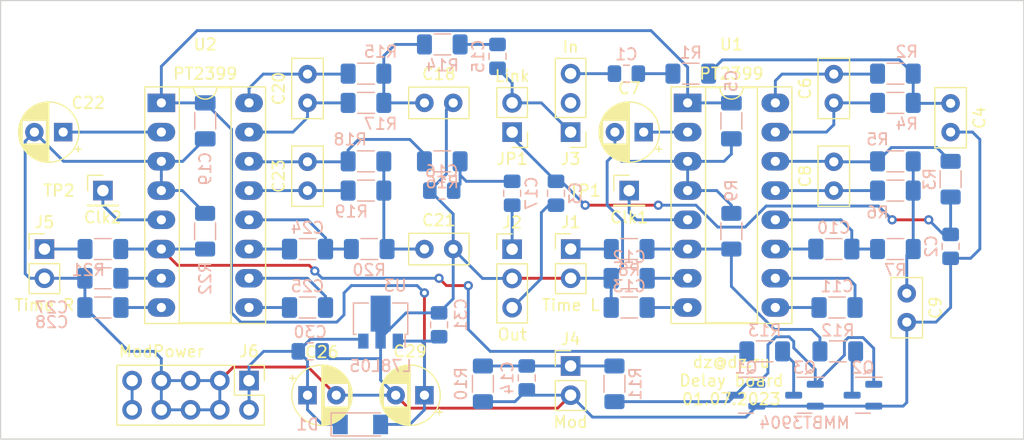
<source format=kicad_pcb>
(kicad_pcb (version 20211014) (generator pcbnew)
  (layers (0 "F.Cu" signal) (31 "B.Cu" signal) (34 "B.Paste" user) (35 "F.Paste" user) (36 "B.SilkS" user "B.Silkscreen") (37 "F.SilkS" user "F.Silkscreen") (38 "B.Mask" user) (39 "F.Mask" user) (44 "Edge.Cuts" user))
  (net 0 "")
  (net 1 "Net-(C1-Pad1)")
  (net 2 "/In L")
  (net 3 "Net-(C2-Pad1)")
  (net 4 "GND")
  (net 5 "/Out L")
  (net 6 "Net-(C4-Pad1)")
  (net 7 "+5V")
  (net 8 "Net-(C6-Pad1)")
  (net 9 "Net-(C6-Pad2)")
  (net 10 "Net-(C7-Pad1)")
  (net 11 "Net-(C8-Pad1)")
  (net 12 "Net-(C8-Pad2)")
  (net 13 "Net-(C9-Pad1)")
  (net 14 "Net-(C10-Pad1)")
  (net 15 "Net-(C10-Pad2)")
  (net 16 "Net-(C11-Pad1)")
  (net 17 "Net-(C11-Pad2)")
  (net 18 "Net-(C12-Pad1)")
  (net 19 "Net-(C13-Pad1)")
  (net 20 "Net-(C14-Pad1)")
  (net 21 "Net-(C15-Pad1)")
  (net 22 "/In R")
  (net 23 "Net-(C16-Pad1)")
  (net 24 "/Out R")
  (net 25 "Net-(C18-Pad1)")
  (net 26 "Net-(C20-Pad1)")
  (net 27 "Net-(C20-Pad2)")
  (net 28 "Net-(C21-Pad1)")
  (net 29 "Net-(C22-Pad1)")
  (net 30 "Net-(C23-Pad1)")
  (net 31 "Net-(C23-Pad2)")
  (net 32 "Net-(C24-Pad1)")
  (net 33 "Net-(C24-Pad2)")
  (net 34 "Net-(C25-Pad1)")
  (net 35 "Net-(C25-Pad2)")
  (net 36 "+15V")
  (net 37 "Net-(C27-Pad1)")
  (net 38 "Net-(C28-Pad1)")
  (net 39 "Net-(J1-Pad1)")
  (net 41 "Net-(J5-Pad1)")
  (net 42 "-15V")
  (net 43 "Net-(Q1-Pad1)")
  (net 44 "Net-(Q2-Pad3)")
  (net 45 "Net-(Q3-Pad3)")
  (net 46 "/T1")
  (net 47 "/T2")
  (net 48 "Net-(TP1-Pad1)")
  (net 49 "Net-(TP2-Pad1)")
  (footprint "Capacitor_THT:CP_Radial_D5.0mm_P2.50mm" (layer "F.Cu") (at 118.11 53.34 180)
    (fp_text reference "C7")
    (fp_text value "47,0 10v")
  )
  (footprint "Package_DIP:DIP-16_W7.62mm_Socket_LongPads" (layer "F.Cu") (at 121.93 50.8)
    (fp_text reference "U1")
    (fp_text value "PT2399")
  )
  (footprint "Connector_PinHeader_2.54mm:PinHeader_1x03_P2.54mm_Vertical" (layer "F.Cu") (at 111.76 53.34 180)
    (fp_text reference "J3")
    (fp_text value "In")
  )
  (footprint "Capacitor_THT:CP_Radial_D5.0mm_P2.50mm" (layer "F.Cu") (at 99.06 76.2 180)
    (fp_text reference "C29")
    (fp_text value "47,0 10v")
  )
  (footprint "Connector_PinHeader_2.54mm:PinHeader_1x02_P2.54mm_Vertical" (layer "F.Cu") (at 111.76 73.66)
    (fp_text reference "J4")
    (fp_text value "Mod")
  )
  (footprint "Connector_PinHeader_2.54mm:PinHeader_1x02_P2.54mm_Vertical" (layer "F.Cu") (at 66.04 63.5)
    (fp_text reference "J5")
    (fp_text value "Time R")
  )
  (footprint "Capacitor_THT:C_Disc_D5.0mm_W2.5mm_P2.50mm" (layer "F.Cu") (at 99.06 63.5)
    (fp_text reference "C21")
    (fp_text value "5600p")
  )
  (footprint "Connector_PinHeader_2.54mm:PinHeader_1x01_P2.54mm_Vertical" (layer "F.Cu") (at 71.12 58.42)
    (fp_text reference "TP2")
    (fp_text value "Clk2")
  )
  (footprint "MountingHole:MountingHole_3.2mm_M3" (layer "F.Cu") (at 147.32 45.72)
    (fp_text reference "H4" hide)
    (fp_text value "MountingHole" hide)
  )
  (footprint "Capacitor_THT:C_Disc_D5.0mm_W2.5mm_P2.50mm" (layer "F.Cu") (at 140.97 67.35 -90)
    (fp_text reference "C9")
    (fp_text value "5600p")
  )
  (footprint "Capacitor_THT:C_Disc_D5.0mm_W2.5mm_P2.50mm" (layer "F.Cu") (at 144.78 50.84 -90)
    (fp_text reference "C4")
    (fp_text value "5600p")
  )
  (footprint "Capacitor_THT:CP_Radial_D5.0mm_P2.50mm" (layer "F.Cu") (at 88.9 76.2)
    (fp_text reference "C26")
    (fp_text value "47,0 25v")
  )
  (footprint "Connector_PinHeader_2.54mm:PinHeader_1x02_P2.54mm_Vertical" (layer "F.Cu") (at 111.77 63.5)
    (fp_text reference "J1")
    (fp_text value "Time L")
  )
  (footprint "MountingHole:MountingHole_3.2mm_M3" (layer "F.Cu") (at 147.32 76.2)
    (fp_text reference "H2" hide)
    (fp_text value "MountingHole" hide)
  )
  (footprint "MountingHole:MountingHole_3.2mm_M3" (layer "F.Cu") (at 66.04 76.2)
    (fp_text reference "H1" hide)
    (fp_text value "MountingHole" hide)
  )
  (footprint "Capacitor_THT:C_Disc_D5.0mm_W2.5mm_P2.50mm" (layer "F.Cu") (at 134.63 58.42 90)
    (fp_text reference "C8")
    (fp_text value "560p")
  )
  (footprint "Connector_PinHeader_2.54mm:PinHeader_1x02_P2.54mm_Vertical" (layer "F.Cu") (at 106.68 53.34 180)
    (fp_text reference "JP1")
    (fp_text value "Link")
  )
  (footprint "Capacitor_THT:C_Disc_D5.0mm_W2.5mm_P2.50mm" (layer "F.Cu") (at 99.06 50.8)
    (fp_text reference "C18")
    (fp_text value "5600p")
  )
  (footprint "Connector_PinHeader_2.54mm:PinHeader_2x05_P2.54mm_Vertical" (layer "F.Cu") (at 83.82 74.93 -90)
    (fp_text reference "J6")
    (fp_text value "ModPower")
  )
  (footprint "Package_DIP:DIP-16_W7.62mm_Socket_LongPads" (layer "F.Cu") (at 76.2 50.8)
    (fp_text reference "U2")
    (fp_text value "PT2399")
  )
  (footprint "Capacitor_THT:C_Disc_D5.0mm_W2.5mm_P2.50mm" (layer "F.Cu") (at 88.9 50.8 90)
    (fp_text reference "C20")
    (fp_text value "560p")
  )
  (footprint "Connector_PinHeader_2.54mm:PinHeader_1x01_P2.54mm_Vertical" (layer "F.Cu") (at 116.85 58.42)
    (fp_text reference "TP1")
    (fp_text value "Clk1")
  )
  (footprint "Capacitor_THT:C_Disc_D5.0mm_W2.5mm_P2.50mm" (layer "F.Cu") (at 134.63 50.8 90)
    (fp_text reference "C6")
    (fp_text value "560p")
  )
  (footprint "Capacitor_THT:CP_Radial_D5.0mm_P2.50mm" (layer "F.Cu") (at 67.668588 53.34 180)
    (fp_text reference "C22")
    (fp_text value "47,0 10v")
  )
  (footprint "Connector_PinHeader_2.54mm:PinHeader_1x03_P2.54mm_Vertical" (layer "F.Cu") (at 106.68 63.515)
    (fp_text reference "J2")
    (fp_text value "Out")
  )
  (footprint "Capacitor_THT:C_Disc_D5.0mm_W2.5mm_P2.50mm" (layer "F.Cu") (at 88.9 58.42 90)
    (fp_text reference "C23")
    (fp_text value "560p")
  )
  (footprint "MountingHole:MountingHole_3.2mm_M3" (layer "F.Cu") (at 66.04 45.72)
    (fp_text reference "H3" hide)
    (fp_text value "MountingHole" hide)
  )
  (footprint "Capacitor_SMD:C_0805_2012Metric_Pad1.18x1.45mm_HandSolder" (layer "B.Cu") (at 107.95 74.6975 -90)
    (fp_text reference "C14")
    (fp_text value "0,01")
  )
  (footprint "Capacitor_SMD:C_0805_2012Metric_Pad1.18x1.45mm_HandSolder" (layer "B.Cu") (at 144.78 63.2675 -90)
    (fp_text reference "C2")
    (fp_text value "0,01")
  )
  (footprint "Resistor_SMD:R_1206_3216Metric_Pad1.30x1.75mm_HandSolder" (layer "B.Cu") (at 104.14 75.21 90)
    (fp_text reference "R10")
    (fp_text value "100k")
  )
  (footprint "Capacitor_SMD:C_1206_3216Metric_Pad1.33x1.80mm_HandSolder" (layer "B.Cu") (at 88.9 63.505 180)
    (fp_text reference "C24")
    (fp_text value "0,1")
  )
  (footprint "Capacitor_SMD:C_0805_2012Metric_Pad1.18x1.45mm_HandSolder" (layer "B.Cu") (at 100.5625 58.42 180)
    (fp_text reference "C16")
    (fp_text value "0,01")
  )
  (footprint "Resistor_SMD:R_1206_3216Metric_Pad1.30x1.75mm_HandSolder" (layer "B.Cu") (at 100.61 45.72)
    (fp_text reference "R14")
    (fp_text value "15k")
  )
  (footprint "Resistor_SMD:R_1206_3216Metric_Pad1.30x1.75mm_HandSolder" (layer "B.Cu") (at 93.98 55.88)
    (fp_text reference "R18")
    (fp_text value "15k")
  )
  (footprint "Resistor_SMD:R_1206_3216Metric_Pad1.30x1.75mm_HandSolder" (layer "B.Cu") (at 128.625 72.39 180)
    (fp_text reference "R13")
    (fp_text value "100")
  )
  (footprint "Capacitor_SMD:C_1206_3216Metric_Pad1.33x1.80mm_HandSolder" (layer "B.Cu") (at 116.85 66.04 180)
    (fp_text reference "C12")
    (fp_text value "0,1")
  )
  (footprint "Resistor_SMD:R_1206_3216Metric_Pad1.30x1.75mm_HandSolder" (layer "B.Cu") (at 71.12 63.5)
    (fp_text reference "R21")
    (fp_text value "1k")
  )
  (footprint "Resistor_SMD:R_1206_3216Metric_Pad1.30x1.75mm_HandSolder" (layer "B.Cu") (at 139.98 63.5)
    (fp_text reference "R7")
    (fp_text value "15k")
  )
  (footprint "Capacitor_SMD:C_1206_3216Metric_Pad1.33x1.80mm_HandSolder" (layer "B.Cu") (at 134.63 63.5 180)
    (fp_text reference "C10")
    (fp_text value "0,1")
  )
  (footprint "Resistor_SMD:R_1206_3216Metric_Pad1.30x1.75mm_HandSolder" (layer "B.Cu") (at 80 61.95 -90)
    (fp_text reference "R22")
    (fp_text value "68k")
  )
  (footprint "Resistor_SMD:R_1206_3216Metric_Pad1.30x1.75mm_HandSolder" (layer "B.Cu") (at 116.85 63.5)
    (fp_text reference "R8")
    (fp_text value "1k")
  )
  (footprint "Package_TO_SOT_SMD:SOT-23" (layer "B.Cu") (at 127 76.2 180)
    (fp_text reference "Q1")
    (fp_text value "MMBT3904")
  )
  (footprint "Resistor_SMD:R_1206_3216Metric_Pad1.30x1.75mm_HandSolder" (layer "B.Cu") (at 93.98 48.26)
    (fp_text reference "R15")
    (fp_text value "10k")
  )
  (footprint "Capacitor_SMD:C_1206_3216Metric_Pad1.33x1.80mm_HandSolder" (layer "B.Cu") (at 116.85 68.58 180)
    (fp_text reference "C13")
    (fp_text value "0,1")
  )
  (footprint "Capacitor_SMD:C_0805_2012Metric_Pad1.18x1.45mm_HandSolder" (layer "B.Cu") (at 89.1325 72.39 180)
    (fp_text reference "C30")
    (fp_text value "0,33")
  )
  (footprint "Capacitor_SMD:C_1206_3216Metric_Pad1.33x1.80mm_HandSolder" (layer "B.Cu") (at 71.12 66.04 180)
    (fp_text reference "C27")
    (fp_text value "0,1")
  )
  (footprint "Capacitor_SMD:C_1206_3216Metric_Pad1.33x1.80mm_HandSolder" (layer "B.Cu") (at 134.9125 68.58 180)
    (fp_text reference "C11")
    (fp_text value "0,1")
  )
  (footprint "Capacitor_SMD:C_0805_2012Metric_Pad1.18x1.45mm_HandSolder" (layer "B.Cu") (at 106.68 58.6525 90)
    (fp_text reference "C17")
    (fp_text value "10,0")
  )
  (footprint "Diode_SMD:D_MiniMELF" (layer "B.Cu") (at 93.5 78.74)
    (fp_text reference "D1")
    (fp_text value "1N4148")
  )
  (footprint "Capacitor_SMD:C_0805_2012Metric_Pad1.18x1.45mm_HandSolder" (layer "B.Cu") (at 116.6075 48.26 180)
    (fp_text reference "C1")
    (fp_text value "4,7")
  )
  (footprint "Package_TO_SOT_SMD:SOT-23" (layer "B.Cu") (at 137.16 76.2 180)
    (fp_text reference "Q2")
    (fp_text value "MMBT3904")
  )
  (footprint "Capacitor_SMD:C_0805_2012Metric_Pad1.18x1.45mm_HandSolder" (layer "B.Cu") (at 110.49 58.6525 90)
    (fp_text reference "C3")
    (fp_text value "10,0")
  )
  (footprint "Capacitor_SMD:C_0805_2012Metric_Pad1.18x1.45mm_HandSolder" (layer "B.Cu") (at 100.33 70.0825 -90)
    (fp_text reference "C31")
    (fp_text value "0,33")
  )
  (footprint "Capacitor_SMD:C_1206_3216Metric_Pad1.33x1.80mm_HandSolder" (layer "B.Cu") (at 71.12 68.58 180)
    (fp_text reference "C28")
    (fp_text value "0,1")
  )
  (footprint "Resistor_SMD:R_1206_3216Metric_Pad1.30x1.75mm_HandSolder" (layer "B.Cu") (at 100.61 55.88)
    (fp_text reference "R16")
    (fp_text value "5,6k")
  )
  (footprint "Capacitor_SMD:C_1206_3216Metric_Pad1.33x1.80mm_HandSolder" (layer "B.Cu") (at 80.01 52.3625 90)
    (fp_text reference "C19")
    (fp_text value "0,1")
  )
  (footprint "Capacitor_SMD:C_1206_3216Metric_Pad1.33x1.80mm_HandSolder" (layer "B.Cu") (at 125.73 52.36 90)
    (fp_text reference "C5")
    (fp_text value "0,1")
  )
  (footprint "Resistor_SMD:R_1206_3216Metric_Pad1.30x1.75mm_HandSolder" (layer "B.Cu") (at 125.73 61.95 -90)
    (fp_text reference "R9")
    (fp_text value "68k")
  )
  (footprint "Resistor_SMD:R_1206_3216Metric_Pad1.30x1.75mm_HandSolder" (layer "B.Cu") (at 139.98 50.8)
    (fp_text reference "R4")
    (fp_text value "15k")
  )
  (footprint "Resistor_SMD:R_1206_3216Metric_Pad1.30x1.75mm_HandSolder" (layer "B.Cu") (at 144.78 57.43 -90)
    (fp_text reference "R3")
    (fp_text value "5,6k")
  )
  (footprint "Capacitor_SMD:C_1206_3216Metric_Pad1.33x1.80mm_HandSolder" (layer "B.Cu") (at 88.9 68.58 180)
    (fp_text reference "C25")
    (fp_text value "0,1")
  )
  (footprint "Resistor_SMD:R_1206_3216Metric_Pad1.30x1.75mm_HandSolder" (layer "B.Cu") (at 94.26 63.5)
    (fp_text reference "R20")
    (fp_text value "15k")
  )
  (footprint "Resistor_SMD:R_1206_3216Metric_Pad1.30x1.75mm_HandSolder" (layer "B.Cu") (at 139.98 58.42)
    (fp_text reference "R6")
    (fp_text value "10k")
  )
  (footprint "Resistor_SMD:R_1206_3216Metric_Pad1.30x1.75mm_HandSolder" (layer "B.Cu") (at 93.98 58.42)
    (fp_text reference "R19")
    (fp_text value "10k")
  )
  (footprint "Package_TO_SOT_SMD:SOT-89-3" (layer "B.Cu") (at 95.25 69.85 90)
    (fp_text reference "U3")
    (fp_text value "L78L05")
  )
  (footprint "Capacitor_SMD:C_0805_2012Metric_Pad1.18x1.45mm_HandSolder" (layer "B.Cu") (at 105.41 46.7575 -90)
    (fp_text reference "C15")
    (fp_text value "4,7")
  )
  (footprint "Resistor_SMD:R_1206_3216Metric_Pad1.30x1.75mm_HandSolder" (layer "B.Cu") (at 93.98 50.8)
    (fp_text reference "R17")
    (fp_text value "15k")
  )
  (footprint "Resistor_SMD:R_1206_3216Metric_Pad1.30x1.75mm_HandSolder" (layer "B.Cu") (at 139.98 55.88)
    (fp_text reference "R5")
    (fp_text value "15k")
  )
  (footprint "Resistor_SMD:R_1206_3216Metric_Pad1.30x1.75mm_HandSolder" (layer "B.Cu") (at 122.2 48.26 180)
    (fp_text reference "R1")
    (fp_text value "15k")
  )
  (footprint "Resistor_SMD:R_1206_3216Metric_Pad1.30x1.75mm_HandSolder" (layer "B.Cu") (at 115.57 75.21 90)
    (fp_text reference "R11")
    (fp_text value "1k")
  )
  (footprint "Resistor_SMD:R_1206_3216Metric_Pad1.30x1.75mm_HandSolder" (layer "B.Cu") (at 139.98 48.26)
    (fp_text reference "R2")
    (fp_text value "10k")
  )
  (footprint "Package_TO_SOT_SMD:SOT-23" (layer "B.Cu") (at 132.08 76.2 180)
    (fp_text reference "Q3")
    (fp_text value "MMBT3904")
  )
  (footprint "Resistor_SMD:R_1206_3216Metric_Pad1.30x1.75mm_HandSolder" (layer "B.Cu") (at 134.975 72.39 180)
    (fp_text reference "R12")
    (fp_text value "100")
  )
  (gr_rect (start 62.23 41.91) (end 151.13 80.01) (layer "Edge.Cuts") (width 0.1) (fill none))
  (gr_text "dz@dz.ru\nDelay board\n01.07.2023" (at 125.73 74.93) (layer "F.SilkS") (effects (font (size 1 1))))
  (segment (start 117.645 48.26) (end 120.65 48.26) (width 0.25) (layer "B.Cu") (net 1))
  (segment (start 115.57 48.26) (end 111.76 48.26) (width 0.25) (layer "B.Cu") (net 2))
  (segment (start 142.875 60.96) (end 139.7 60.96) (width 0.25) (layer "F.Cu") (net 3))
  (segment (start 119.38 59.69) (end 113.03 59.69) (width 0.25) (layer "F.Cu") (net 3))
  (via (at 119.38 59.69) (size 0.8) (drill 0.4) (layers "F.Cu" "B.Cu") (net 3))
  (via (at 139.7 60.96) (size 0.8) (drill 0.4) (layers "F.Cu" "B.Cu") (net 3))
  (via (at 113.03 59.69) (size 0.8) (drill 0.4) (layers "F.Cu" "B.Cu") (net 3))
  (via (at 142.875 60.96) (size 0.8) (drill 0.4) (layers "F.Cu" "B.Cu") (net 3))
  (segment (start 144.145 62.23) (end 142.875 60.96) (width 0.25) (layer "B.Cu") (net 3))
  (segment (start 139.7 60.96) (end 138.501827 59.761827) (width 0.25) (layer "B.Cu") (net 3))
  (segment (start 110.955 57.615) (end 110.49 57.615) (width 0.25) (layer "B.Cu") (net 3))
  (segment (start 106.68 53.805) (end 106.68 53.34) (width 0.25) (layer "B.Cu") (net 3))
  (segment (start 126.92401 61.595) (end 124.55599 61.595) (width 0.25) (layer "B.Cu") (net 3))
  (segment (start 144.78 62.23) (end 144.145 62.23) (width 0.25) (layer "B.Cu") (net 3))
  (segment (start 138.501827 59.761827) (end 128.757183 59.761827) (width 0.25) (layer "B.Cu") (net 3))
  (segment (start 144.78 62.23) (end 144.78 58.98) (width 0.25) (layer "B.Cu") (net 3))
  (segment (start 113.03 59.69) (end 110.955 57.615) (width 0.25) (layer "B.Cu") (net 3))
  (segment (start 122.65099 59.69) (end 119.38 59.69) (width 0.25) (layer "B.Cu") (net 3))
  (segment (start 110.49 57.615) (end 106.68 53.805) (width 0.25) (layer "B.Cu") (net 3))
  (segment (start 124.55599 61.595) (end 122.65099 59.69) (width 0.25) (layer "B.Cu") (net 3))
  (segment (start 128.757183 59.761827) (end 126.92401 61.595) (width 0.25) (layer "B.Cu") (net 3))
  (segment (start 88.955 73.755) (end 82.455 73.755) (width 0.25) (layer "F.Cu") (net 4))
  (segment (start 97.685 77.325) (end 110.635 77.325) (width 0.25) (layer "F.Cu") (net 4))
  (segment (start 82.455 73.755) (end 81.28 74.93) (width 0.25) (layer "F.Cu") (net 4))
  (segment (start 91.4 76.2) (end 88.955 73.755) (width 0.25) (layer "F.Cu") (net 4))
  (segment (start 106.695 66.04) (end 106.68 66.055) (width 0.25) (layer "F.Cu") (net 4))
  (segment (start 111.77 66.04) (end 106.695 66.04) (width 0.25) (layer "F.Cu") (net 4))
  (segment (start 110.635 77.325) (end 111.76 76.2) (width 0.25) (layer "F.Cu") (net 4))
  (segment (start 96.56 76.2) (end 97.685 77.325) (width 0.25) (layer "F.Cu") (net 4))
  (segment (start 146.685 53.34) (end 147.32 53.975) (width 0.25) (layer "B.Cu") (net 4))
  (segment (start 95.25 74.89) (end 96.56 76.2) (width 0.25) (layer "B.Cu") (net 4))
  (segment (start 91.4 76.2) (end 96.56 76.2) (width 0.25) (layer "B.Cu") (net 4))
  (segment (start 100.33 69.045) (end 101.56 67.815) (width 0.25) (layer "B.Cu") (net 4))
  (segment (start 113.665 78.105) (end 126.9825 78.105) (width 0.25) (layer "B.Cu") (net 4))
  (segment (start 115.2875 68.58) (end 115.2875 66.04) (width 0.25) (layer "B.Cu") (net 4))
  (segment (start 106.925 76.76) (end 107.95 75.735) (width 0.25) (layer "B.Cu") (net 4))
  (segment (start 101.56 60.455) (end 101.56 63.5) (width 0.25) (layer "B.Cu") (net 4))
  (segment (start 75.565 72.39) (end 76.2 73.025) (width 0.25) (layer "B.Cu") (net 4))
  (segment (start 144.78 68.58) (end 144.78 64.305) (width 0.25) (layer "B.Cu") (net 4))
  (segment (start 114.935 59.69) (end 114.935 55.88) (width 0.25) (layer "B.Cu") (net 4))
  (segment (start 125.73 55.245) (end 125.73 53.9225) (width 0.25) (layer "B.Cu") (net 4))
  (segment (start 140.97 76.835) (end 140.655 77.15) (width 0.25) (layer "B.Cu") (net 4))
  (segment (start 67.708588 55.88) (end 65.168588 53.34) (width 0.25) (layer "B.Cu") (net 4))
  (segment (start 100.965 51.395) (end 101.56 50.8) (width 0.25) (layer "B.Cu") (net 4))
  (segment (start 99.525 58.42) (end 100.965 56.98) (width 0.25) (layer "B.Cu") (net 4))
  (segment (start 140.97 69.85) (end 143.51 69.85) (width 0.25) (layer "B.Cu") (net 4))
  (segment (start 100.965 56.98) (end 100.965 51.395) (width 0.25) (layer "B.Cu") (net 4))
  (segment (start 125.095 55.88) (end 125.73 55.245) (width 0.25) (layer "B.Cu") (net 4))
  (segment (start 73.3675 72.39) (end 75.565 72.39) (width 0.25) (layer "B.Cu") (net 4))
  (segment (start 76.2 58.42) (end 78.02 58.42) (width 0.25) (layer "B.Cu") (net 4))
  (segment (start 81.28 74.93) (end 78.74 74.93) (width 0.25) (layer "B.Cu") (net 4))
  (segment (start 95.25 71.4125) (end 95.25 73.025) (width 0.25) (layer "B.Cu") (net 4))
  (segment (start 133.0175 77.15) (end 138.0975 77.15) (width 0.25) (layer "B.Cu") (net 4))
  (segment (start 121.93 55.88) (end 121.93 58.42) (width 0.25) (layer "B.Cu") (net 4))
  (segment (start 78.74 77.47) (end 81.28 77.47) (width 0.25) (layer "B.Cu") (net 4))
  (segment (start 124.46 58.42) (end 125.73 59.69) (width 0.25) (layer "B.Cu") (net 4))
  (segment (start 78.055 55.88) (end 80.01 53.925) (width 0.25) (layer "B.Cu") (net 4))
  (segment (start 115.61 55.205) (end 115.61 53.34) (width 0.25) (layer "B.Cu") (net 4))
  (segment (start 104.14 76.76) (end 106.925 76.76) (width 0.25) (layer "B.Cu") (net 4))
  (segment (start 104.115 66.055) (end 101.56 63.5) (width 0.25) (layer "B.Cu") (net 4))
  (segment (start 76.2 74.93) (end 76.2 77.47) (width 0.25) (layer "B.Cu") (net 4))
  (segment (start 66.04 66.04) (end 69.5575 66.04) (width 0.25) (layer "B.Cu") (net 4))
  (segment (start 121.93 55.88) (end 125.095 55.88) (width 0.25) (layer "B.Cu") (net 4))
  (segment (start 114.935 55.88) (end 115.61 55.205) (width 0.25) (layer "B.Cu") (net 4))
  (segment (start 121.93 58.42) (end 124.46 58.42) (width 0.25) (layer "B.Cu") (net 4))
  (segment (start 78.74 74.93) (end 76.2 74.93) (width 0.25) (layer "B.Cu") (net 4))
  (segment (start 116.275 65.0525) (end 116.275 61.03) (width 0.25) (layer "B.Cu") (net 4))
  (segment (start 64.368589 54.139999) (end 64.368589 65.638589) (width 0.25) (layer "B.Cu") (net 4))
  (segment (start 111.76 76.2) (end 108.415 76.2) (width 0.25) (layer "B.Cu") (net 4))
  (segment (start 76.2 55.88) (end 67.708588 55.88) (width 0.25) (layer "B.Cu") (net 4))
  (segment (start 147.32 53.975) (end 147.32 63.5) (width 0.25) (layer "B.Cu") (net 4))
  (segment (start 64.77 66.04) (end 66.04 66.04) (width 0.25) (layer "B.Cu") (net 4))
  (segment (start 76.2 77.47) (end 78.74 77.47) (width 0.25) (layer "B.Cu") (net 4))
  (segment (start 81.28 74.93) (end 81.28 77.47) (width 0.25) (layer "B.Cu") (net 4))
  (segment (start 143.51 69.85) (end 144.78 68.58) (width 0.25) (layer "B.Cu") (net 4))
  (segment (start 146.515 64.305) (end 144.78 64.305) (width 0.25) (layer "B.Cu") (net 4))
  (segment (start 64.368589 65.638589) (end 64.77 66.04) (width 0.25) (layer "B.Cu") (net 4))
  (segment (start 78.02 58.42) (end 80 60.4) (width 0.25) (layer "B.Cu") (net 4))
  (segment (start 116.205 55.88) (end 115.61 55.285) (width 0.25) (layer "B.Cu") (net 4))
  (segment (start 140.655 77.15) (end 138.0975 77.15) (width 0.25) (layer "B.Cu") (net 4))
  (segment (start 95.25 71.25) (end 95.25 71.4125) (width 0.25) (layer "B.Cu") (net 4))
  (segment (start 115.2875 66.04) (end 116.275 65.0525) (width 0.25) (layer "B.Cu") (net 4))
  (segment (start 127.9375 77.15) (end 133.0175 77.15) (width 0.25) (layer "B.Cu") (net 4))
  (segment (start 126.9825 78.105) (end 127.9375 77.15) (width 0.25) (layer "B.Cu") (net 4))
  (segment (start 106.68 66.055) (end 104.115 66.055) (width 0.25) (layer "B.Cu") (net 4))
  (segment (start 97.455 69.045) (end 95.25 71.25) (width 0.25) (layer "B.Cu") (net 4))
  (segment (start 147.32 63.5) (end 146.515 64.305) (width 0.25) (layer "B.Cu") (net 4))
  (segment (start 90.17 72.39) (end 90.805 73.025) (width 0.25) (layer "B.Cu") (net 4))
  (segment (start 140.97 69.85) (end 140.97 76.835) (width 0.25) (layer "B.Cu") (net 4))
  (segment (start 116.275 61.03) (end 114.935 59.69) (width 0.25) (layer "B.Cu") (net 4))
  (segment (start 125.73 59.69) (end 125.73 60.4) (width 0.25) (layer "B.Cu") (net 4))
  (segment (start 100.33 69.045) (end 97.455 69.045) (width 0.25) (layer "B.Cu") (net 4))
  (segment (start 111.77 66.04) (end 115.2875 66.04) (width 0.25) (layer "B.Cu") (net 4))
  (segment (start 99.525 58.42) (end 101.56 60.455) (width 0.25) (layer "B.Cu") (net 4))
  (segment (start 115.61 55.285) (end 115.61 55.205) (width 0.25) (layer "B.Cu") (net 4))
  (segment (start 76.2 55.88) (end 76.2 58.42) (width 0.25) (layer "B.Cu") (net 4))
  (segment (start 76.2 55.88) (end 78.055 55.88) (width 0.25) (layer "B.Cu") (net 4))
  (segment (start 76.2 73.025) (end 76.2 74.93) (width 0.25) (layer "B.Cu") (net 4))
  (segment (start 101.56 67.815) (end 101.56 63.5) (width 0.25) (layer "B.Cu") (net 4))
  (segment (start 65.168588 53.34) (end 64.368589 54.139999) (width 0.25) (layer "B.Cu") (net 4))
  (segment (start 90.805 73.025) (end 95.25 73.025) (width 0.25) (layer "B.Cu") (net 4))
  (segment (start 144.78 53.34) (end 146.685 53.34) (width 0.25) (layer "B.Cu") (net 4))
  (segment (start 108.415 76.2) (end 107.95 75.735) (width 0.25) (layer "B.Cu") (net 4))
  (segment (start 111.76 76.2) (end 113.665 78.105) (width 0.25) (layer "B.Cu") (net 4))
  (segment (start 95.25 73.025) (end 95.25 74.89) (width 0.25) (layer "B.Cu") (net 4))
  (segment (start 69.5575 68.58) (end 69.5575 66.04) (width 0.25) (layer "B.Cu") (net 4))
  (segment (start 121.93 55.88) (end 116.205 55.88) (width 0.25) (layer "B.Cu") (net 4))
  (segment (start 69.5575 68.58) (end 73.3675 72.39) (width 0.25) (layer "B.Cu") (net 4))
  (segment (start 106.68 68.595) (end 109.22 66.055) (width 0.25) (layer "B.Cu") (net 5))
  (segment (start 109.22 60.325) (end 109.855 59.69) (width 0.25) (layer "B.Cu") (net 5))
  (segment (start 109.22 66.055) (end 109.22 60.325) (width 0.25) (layer "B.Cu") (net 5))
  (segment (start 109.855 59.69) (end 110.49 59.69) (width 0.25) (layer "B.Cu") (net 5))
  (segment (start 124.95 47.06) (end 140.33 47.06) (width 0.25) (layer "B.Cu") (net 6))
  (segment (start 144.78 50.84) (end 141.57 50.84) (width 0.25) (layer "B.Cu") (net 6))
  (segment (start 123.75 48.26) (end 124.95 47.06) (width 0.25) (layer "B.Cu") (net 6))
  (segment (start 141.57 50.84) (end 141.53 50.8) (width 0.25) (layer "B.Cu") (net 6))
  (segment (start 141.53 50.8) (end 141.53 48.26) (width 0.25) (layer "B.Cu") (net 6))
  (segment (start 140.33 47.06) (end 141.53 48.26) (width 0.25) (layer "B.Cu") (net 6))
  (segment (start 99.06 76.2) (end 99.06 67.31) (width 0.25) (layer "F.Cu") (net 7))
  (via (at 99.06 67.31) (size 0.8) (drill 0.4) (layers "F.Cu" "B.Cu") (net 7))
  (segment (start 97.79 78.74) (end 95.25 78.74) (width 0.25) (layer "B.Cu") (net 7))
  (segment (start 98.425 66.675) (end 99.06 67.31) (width 0.25) (layer "B.Cu") (net 7))
  (segment (start 80.01 50.8) (end 82.295 53.085) (width 0.25) (layer "B.Cu") (net 7))
  (segment (start 99.95 71.5) (end 100.33 71.12) (width 0.25) (layer "B.Cu") (net 7))
  (segment (start 99.06 76.2) (end 99.06 71.755) (width 0.25) (layer "B.Cu") (net 7))
  (segment (start 76.2 47.625) (end 76.2 50.8) (width 0.25) (layer "B.Cu") (net 7))
  (segment (start 118.748173 44.52) (end 79.305 44.52) (width 0.25) (layer "B.Cu") (net 7))
  (segment (start 125.7275 50.8) (end 125.73 50.7975) (width 0.25) (layer "B.Cu") (net 7))
  (segment (start 121.93 50.8) (end 125.7275 50.8) (width 0.25) (layer "B.Cu") (net 7))
  (segment (start 92.075 69.215) (end 92.075 67.31) (width 0.25) (layer "B.Cu") (net 7))
  (segment (start 91.44 69.85) (end 92.075 69.215) (width 0.25) (layer "B.Cu") (net 7))
  (segment (start 121.93 50.8) (end 121.93 47.701827) (width 0.25) (layer "B.Cu") (net 7))
  (segment (start 92.71 66.675) (end 98.425 66.675) (width 0.25) (layer "B.Cu") (net 7))
  (segment (start 99.06 71.755) (end 98.805 71.5) (width 0.25) (layer "B.Cu") (net 7))
  (segment (start 92.075 67.31) (end 92.71 66.675) (width 0.25) (layer "B.Cu") (net 7))
  (segment (start 82.295 53.085) (end 82.295 69.04599) (width 0.25) (layer "B.Cu") (net 7))
  (segment (start 99.06 77.47) (end 97.79 78.74) (width 0.25) (layer "B.Cu") (net 7))
  (segment (start 98.805 71.5) (end 99.95 71.5) (width 0.25) (layer "B.Cu") (net 7))
  (segment (start 79.305 44.52) (end 76.2 47.625) (width 0.25) (layer "B.Cu") (net 7))
  (segment (start 121.93 47.701827) (end 118.748173 44.52) (width 0.25) (layer "B.Cu") (net 7))
  (segment (start 83.09901 69.85) (end 91.44 69.85) (width 0.25) (layer "B.Cu") (net 7))
  (segment (start 99.06 76.2) (end 99.06 77.47) (width 0.25) (layer "B.Cu") (net 7))
  (segment (start 80.01 50.8) (end 76.2 50.8) (width 0.25) (layer "B.Cu") (net 7))
  (segment (start 82.295 69.04599) (end 83.09901 69.85) (width 0.25) (layer "B.Cu") (net 7))
  (segment (start 96.75 71.5) (end 98.805 71.5) (width 0.25) (layer "B.Cu") (net 7))
  (segment (start 133.985 53.34) (end 134.63 52.695) (width 0.25) (layer "B.Cu") (net 8))
  (segment (start 134.63 52.695) (end 134.63 50.8) (width 0.25) (layer "B.Cu") (net 8))
  (segment (start 129.55 53.34) (end 133.985 53.34) (width 0.25) (layer "B.Cu") (net 8))
  (segment (start 138.43 50.8) (end 134.63 50.8) (width 0.25) (layer "B.Cu") (net 8))
  (segment (start 130.135 48.3) (end 129.55 48.885) (width 0.25) (layer "B.Cu") (net 9))
  (segment (start 138.43 48.26) (end 138.39 48.3) (width 0.25) (layer "B.Cu") (net 9))
  (segment (start 134.63 48.3) (end 130.135 48.3) (width 0.25) (layer "B.Cu") (net 9))
  (segment (start 129.55 48.885) (end 129.55 50.8) (width 0.25) (layer "B.Cu") (net 9))
  (segment (start 138.39 48.3) (end 134.63 48.3) (width 0.25) (layer "B.Cu") (net 9))
  (segment (start 118.11 53.34) (end 121.93 53.34) (width 0.25) (layer "B.Cu") (net 10))
  (segment (start 138.43 58.42) (end 134.63 58.42) (width 0.25) (layer "B.Cu") (net 11))
  (segment (start 134.63 58.42) (end 129.55 58.42) (width 0.25) (layer "B.Cu") (net 11))
  (segment (start 138.43 55.88) (end 138.39 55.92) (width 0.25) (layer "B.Cu") (net 12))
  (segment (start 139.63 54.68) (end 138.43 55.88) (width 0.25) (layer "B.Cu") (net 12))
  (segment (start 129.55 55.88) (end 134.59 55.88) (width 0.25) (layer "B.Cu") (net 12))
  (segment (start 144.78 55.88) (end 143.58 54.68) (width 0.25) (layer "B.Cu") (net 12))
  (segment (start 143.58 54.68) (end 139.63 54.68) (width 0.25) (layer "B.Cu") (net 12))
  (segment (start 134.59 55.88) (end 134.63 55.92) (width 0.25) (layer "B.Cu") (net 12))
  (segment (start 138.39 55.92) (end 134.63 55.92) (width 0.25) (layer "B.Cu") (net 12))
  (segment (start 140.97 67.35) (end 140.97 64.06) (width 0.25) (layer "B.Cu") (net 13))
  (segment (start 141.53 58.42) (end 141.53 55.88) (width 0.25) (layer "B.Cu") (net 13))
  (segment (start 141.53 58.42) (end 141.53 63.5) (width 0.25) (layer "B.Cu") (net 13))
  (segment (start 140.97 64.06) (end 141.53 63.5) (width 0.25) (layer "B.Cu") (net 13))
  (segment (start 135.255 60.96) (end 136.1925 61.8975) (width 0.25) (layer "B.Cu") (net 14))
  (segment (start 136.1925 61.8975) (end 136.1925 63.5) (width 0.25) (layer "B.Cu") (net 14))
  (segment (start 136.1925 63.5) (end 138.43 63.5) (width 0.25) (layer "B.Cu") (net 14))
  (segment (start 129.55 60.96) (end 135.255 60.96) (width 0.25) (layer "B.Cu") (net 14))
  (segment (start 129.55 63.5) (end 133.0675 63.5) (width 0.25) (layer "B.Cu") (net 15))
  (segment (start 129.55 66.04) (end 135.89 66.04) (width 0.25) (layer "B.Cu") (net 16))
  (segment (start 135.89 66.04) (end 136.475 66.625) (width 0.25) (layer "B.Cu") (net 16))
  (segment (start 136.475 66.625) (end 136.475 68.58) (width 0.25) (layer "B.Cu") (net 16))
  (segment (start 129.55 68.58) (end 133.35 68.58) (width 0.25) (layer "B.Cu") (net 17))
  (segment (start 121.93 66.04) (end 118.4125 66.04) (width 0.25) (layer "B.Cu") (net 18))
  (segment (start 121.93 68.58) (end 118.4125 68.58) (width 0.25) (layer "B.Cu") (net 19))
  (segment (start 104.14 73.66) (end 107.95 73.66) (width 0.25) (layer "B.Cu") (net 20))
  (segment (start 115.57 73.66) (end 111.76 73.66) (width 0.25) (layer "B.Cu") (net 20))
  (segment (start 111.76 73.66) (end 107.95 73.66) (width 0.25) (layer "B.Cu") (net 20))
  (segment (start 102.16 45.72) (end 105.41 45.72) (width 0.25) (layer "B.Cu") (net 21))
  (segment (start 106.68 50.8) (end 106.68 49.065) (width 0.25) (layer "B.Cu") (net 22))
  (segment (start 109.22 50.8) (end 111.76 53.34) (width 0.25) (layer "B.Cu") (net 22))
  (segment (start 106.68 50.8) (end 109.22 50.8) (width 0.25) (layer "B.Cu") (net 22))
  (segment (start 106.68 49.065) (end 105.41 47.795) (width 0.25) (layer "B.Cu") (net 22))
  (segment (start 102.16 57.86) (end 101.6 58.42) (width 0.25) (layer "B.Cu") (net 23))
  (segment (start 102.7 57.615) (end 102.16 57.075) (width 0.25) (layer "B.Cu") (net 23))
  (segment (start 102.16 57.075) (end 102.16 57.86) (width 0.25) (layer "B.Cu") (net 23))
  (segment (start 106.68 57.615) (end 102.7 57.615) (width 0.25) (layer "B.Cu") (net 23))
  (segment (start 102.16 55.88) (end 102.16 57.075) (width 0.25) (layer "B.Cu") (net 23))
  (segment (start 106.68 63.515) (end 106.68 59.69) (width 0.25) (layer "B.Cu") (net 24))
  (segment (start 95.53 46.71) (end 95.53 48.26) (width 0.25) (layer "B.Cu") (net 25))
  (segment (start 96.52 45.72) (end 95.53 46.71) (width 0.25) (layer "B.Cu") (net 25))
  (segment (start 95.53 48.26) (end 95.53 50.8) (width 0.25) (layer "B.Cu") (net 25))
  (segment (start 99.06 50.8) (end 95.53 50.8) (width 0.25) (layer "B.Cu") (net 25))
  (segment (start 99.06 45.72) (end 96.52 45.72) (width 0.25) (layer "B.Cu") (net 25))
  (segment (start 87.63 53.34) (end 88.9 52.07) (width 0.25) (layer "B.Cu") (net 26))
  (segment (start 88.9 52.07) (end 88.9 50.8) (width 0.25) (layer "B.Cu") (net 26))
  (segment (start 83.82 53.34) (end 87.63 53.34) (width 0.25) (layer "B.Cu") (net 26))
  (segment (start 92.43 50.8) (end 88.9 50.8) (width 0.25) (layer "B.Cu") (net 26))
  (segment (start 92.43 48.26) (end 92.39 48.3) (width 0.25) (layer "B.Cu") (net 27))
  (segment (start 88.9 48.3) (end 85.05 48.3) (width 0.25) (layer "B.Cu") (net 27))
  (segment (start 83.82 49.53) (end 83.82 50.8) (width 0.25) (layer "B.Cu") (net 27))
  (segment (start 92.39 48.3) (end 88.9 48.3) (width 0.25) (layer "B.Cu") (net 27))
  (segment (start 85.05 48.3) (end 83.82 49.53) (width 0.25) (layer "B.Cu") (net 27))
  (segment (start 95.53 55.88) (end 95.53 58.42) (width 0.25) (layer "B.Cu") (net 28))
  (segment (start 95.53 63.22) (end 95.81 63.5) (width 0.25) (layer "B.Cu") (net 28))
  (segment (start 99.06 63.5) (end 95.81 63.5) (width 0.25) (layer "B.Cu") (net 28))
  (segment (start 95.53 58.42) (end 95.53 63.22) (width 0.25) (layer "B.Cu") (net 28))
  (segment (start 76.2 53.34) (end 67.668588 53.34) (width 0.25) (layer "B.Cu") (net 29))
  (segment (start 88.9 58.42) (end 83.82 58.42) (width 0.25) (layer "B.Cu") (net 30))
  (segment (start 88.9 58.42) (end 92.43 58.42) (width 0.25) (layer "B.Cu") (net 30))
  (segment (start 88.9 55.92) (end 92.39 55.92) (width 0.25) (layer "B.Cu") (net 31))
  (segment (start 97.79 53.975) (end 99.06 55.245) (width 0.25) (layer "B.Cu") (net 31))
  (segment (start 92.43 55.88) (end 92.43 54.89) (width 0.25) (layer "B.Cu") (net 31))
  (segment (start 88.9 55.92) (end 83.86 55.92) (width 0.25) (layer "B.Cu") (net 31))
  (segment (start 93.345 53.975) (end 97.79 53.975) (width 0.25) (layer "B.Cu") (net 31))
  (segment (start 92.43 54.89) (end 93.345 53.975) (width 0.25) (layer "B.Cu") (net 31))
  (segment (start 99.06 55.245) (end 99.06 55.88) (width 0.25) (layer "B.Cu") (net 31))
  (segment (start 92.39 55.92) (end 92.43 55.88) (width 0.25) (layer "B.Cu") (net 31))
  (segment (start 83.86 55.92) (end 83.82 55.88) (width 0.25) (layer "B.Cu") (net 31))
  (segment (start 88.9 60.96) (end 90.4625 62.5225) (width 0.25) (layer "B.Cu") (net 32))
  (segment (start 90.4675 63.5) (end 90.4625 63.505) (width 0.25) (layer "B.Cu") (net 32))
  (segment (start 90.4625 62.5225) (end 90.4625 63.505) (width 0.25) (layer "B.Cu") (net 32))
  (segment (start 83.82 60.96) (end 88.9 60.96) (width 0.25) (layer "B.Cu") (net 32))
  (segment (start 92.71 63.5) (end 90.4675 63.5) (width 0.25) (layer "B.Cu") (net 32))
  (segment (start 83.82 63.5) (end 87.3325 63.5) (width 0.25) (layer "B.Cu") (net 33))
  (segment (start 87.3325 63.5) (end 87.3375 63.505) (width 0.25) (layer "B.Cu") (net 33))
  (segment (start 83.82 66.04) (end 88.9 66.04) (width 0.25) (layer "B.Cu") (net 34))
  (segment (start 88.9 66.04) (end 90.4625 67.6025) (width 0.25) (layer "B.Cu") (net 34))
  (segment (start 90.4625 67.6025) (end 90.4625 68.58) (width 0.25) (layer "B.Cu") (net 34))
  (segment (start 83.82 68.58) (end 87.3375 68.58) (width 0.25) (layer "B.Cu") (net 35))
  (segment (start 88.095 72.39) (end 85.09 72.39) (width 0.25) (layer "B.Cu") (net 36))
  (segment (start 83.82 73.66) (end 83.82 74.93) (width 0.25) (layer "B.Cu") (net 36))
  (segment (start 83.82 74.93) (end 83.82 77.47) (width 0.25) (layer "B.Cu") (net 36))
  (segment (start 89.145 71.34) (end 88.095 72.39) (width 0.25) (layer "B.Cu") (net 36))
  (segment (start 93.75 71.5) (end 93.59 71.34) (width 0.25) (layer "B.Cu") (net 36))
  (segment (start 88.9 76.2) (end 88.9 77.47) (width 0.25) (layer "B.Cu") (net 36))
  (segment (start 88.095 72.39) (end 88.9 73.195) (width 0.25) (layer "B.Cu") (net 36))
  (segment (start 88.9 77.47) (end 90.17 78.74) (width 0.25) (layer "B.Cu") (net 36))
  (segment (start 85.09 72.39) (end 83.82 73.66) (width 0.25) (layer "B.Cu") (net 36))
  (segment (start 88.9 73.195) (end 88.9 76.2) (width 0.25) (layer "B.Cu") (net 36))
  (segment (start 90.17 78.74) (end 91.75 78.74) (width 0.25) (layer "B.Cu") (net 36))
  (segment (start 93.59 71.34) (end 89.145 71.34) (width 0.25) (layer "B.Cu") (net 36))
  (segment (start 76.2 66.04) (end 72.6825 66.04) (width 0.25) (layer "B.Cu") (net 37))
  (segment (start 76.2 68.58) (end 72.6825 68.58) (width 0.25) (layer "B.Cu") (net 38))
  (segment (start 111.77 63.5) (end 115.3 63.5) (width 0.25) (layer "B.Cu") (net 39))
  (segment (start 66.04 63.5) (end 69.57 63.5) (width 0.25) (layer "B.Cu") (net 41))
  (segment (start 73.66 77.47) (end 73.66 74.93) (width 0.25) (layer "B.Cu") (net 42))
  (segment (start 138.0975 72.124327) (end 138.0975 75.25) (width 0.25) (layer "B.Cu") (net 43))
  (segment (start 125.5025 76.76) (end 126.0625 76.2) (width 0.25) (layer "B.Cu") (net 43))
  (segment (start 129.606827 71.12) (end 128.905 71.821827) (width 0.25) (layer "B.Cu") (net 43))
  (segment (start 131.15 71.526827) (end 130.743173 71.12) (width 0.25) (layer "B.Cu") (net 43))
  (segment (start 130.743173 71.12) (end 129.606827 71.12) (width 0.25) (layer "B.Cu") (net 43))
  (segment (start 133.0175 73.9625) (end 131.15 72.095) (width 0.25) (layer "B.Cu") (net 43))
  (segment (start 137.163173 71.19) (end 138.0975 72.124327) (width 0.25) (layer "B.Cu") (net 43))
  (segment (start 133.0175 75.25) (end 133.0175 73.9625) (width 0.25) (layer "B.Cu") (net 43))
  (segment (start 133.0175 75.25) (end 135.55 72.7175) (width 0.25) (layer "B.Cu") (net 43))
  (segment (start 135.886827 71.19) (end 137.163173 71.19) (width 0.25) (layer "B.Cu") (net 43))
  (segment (start 127.9375 75.25) (end 127.0125 75.25) (width 0.25) (layer "B.Cu") (net 43))
  (segment (start 131.15 72.095) (end 131.15 71.526827) (width 0.25) (layer "B.Cu") (net 43))
  (segment (start 135.55 72.7175) (end 135.55 71.526827) (width 0.25) (layer "B.Cu") (net 43))
  (segment (start 128.905 74.2825) (end 127.9375 75.25) (width 0.25) (layer "B.Cu") (net 43))
  (segment (start 135.55 71.526827) (end 135.886827 71.19) (width 0.25) (layer "B.Cu") (net 43))
  (segment (start 128.905 71.821827) (end 128.905 74.2825) (width 0.25) (layer "B.Cu") (net 43))
  (segment (start 115.57 76.76) (end 125.5025 76.76) (width 0.25) (layer "B.Cu") (net 43))
  (segment (start 127.0125 75.25) (end 126.0625 76.2) (width 0.25) (layer "B.Cu") (net 43))
  (segment (start 136.2225 76.2) (end 136.2225 72.6925) (width 0.25) (layer "B.Cu") (net 44))
  (segment (start 136.2225 72.6925) (end 136.525 72.39) (width 0.25) (layer "B.Cu") (net 44))
  (segment (start 131.1425 76.2) (end 131.1425 73.3575) (width 0.25) (layer "B.Cu") (net 45))
  (segment (start 131.1425 73.3575) (end 130.175 72.39) (width 0.25) (layer "B.Cu") (net 45))
  (segment (start 121.93 63.5) (end 118.4 63.5) (width 0.25) (layer "B.Cu") (net 46))
  (segment (start 125.73 63.5) (end 125.73 66.75099) (width 0.25) (layer "B.Cu") (net 46))
  (segment (start 129.46401 70.485) (end 132.715 70.485) (width 0.25) (layer "B.Cu") (net 46))
  (segment (start 125.73 66.75099) (end 129.46401 70.485) (width 0.25) (layer "B.Cu") (net 46))
  (segment (start 132.715 70.485) (end 133.425 71.195) (width 0.25) (layer "B.Cu") (net 46))
  (segment (start 121.93 63.5) (end 125.73 63.5) (width 0.25) (layer "B.Cu") (net 46))
  (segment (start 133.425 71.195) (end 133.425 72.39) (width 0.25) (layer "B.Cu") (net 46))
  (segment (start 100.965 66.675) (end 100.33 66.04) (width 0.25) (layer "F.Cu") (net 47))
  (segment (start 77.615 64.915) (end 76.2 63.5) (width 0.25) (layer "F.Cu") (net 47))
  (segment (start 102.87 66.675) (end 100.965 66.675) (width 0.25) (layer "F.Cu") (net 47))
  (segment (start 89.535 65.405) (end 89.045 64.915) (width 0.25) (layer "F.Cu") (net 47))
  (segment (start 89.045 64.915) (end 77.615 64.915) (width 0.25) (layer "F.Cu") (net 47))
  (via (at 102.87 66.675) (size 0.8) (drill 0.4) (layers "F.Cu" "B.Cu") (net 47))
  (via (at 89.535 65.405) (size 0.8) (drill 0.4) (layers "F.Cu" "B.Cu") (net 47))
  (via (at 100.33 66.04) (size 0.8) (drill 0.4) (layers "F.Cu" "B.Cu") (net 47))
  (segment (start 90.17 66.04) (end 89.535 65.405) (width 0.25) (layer "B.Cu") (net 47))
  (segment (start 100.33 66.04) (end 90.17 66.04) (width 0.25) (layer "B.Cu") (net 47))
  (segment (start 127.075 72.39) (end 104.775 72.39) (width 0.25) (layer "B.Cu") (net 47))
  (segment (start 102.87 70.485) (end 102.87 66.675) (width 0.25) (layer "B.Cu") (net 47))
  (segment (start 72.67 63.5) (end 76.2 63.5) (width 0.25) (layer "B.Cu") (net 47))
  (segment (start 76.2 63.5) (end 80 63.5) (width 0.25) (layer "B.Cu") (net 47))
  (segment (start 104.775 72.39) (end 102.87 70.485) (width 0.25) (layer "B.Cu") (net 47))
  (segment (start 117.475 60.96) (end 116.85 60.335) (width 0.25) (layer "B.Cu") (net 48))
  (segment (start 121.93 60.96) (end 117.475 60.96) (width 0.25) (layer "B.Cu") (net 48))
  (segment (start 116.85 60.335) (end 116.85 58.42) (width 0.25) (layer "B.Cu") (net 48))
  (segment (start 71.12 58.42) (end 71.12 59.69) (width 0.25) (layer "B.Cu") (net 49))
  (segment (start 71.12 59.69) (end 72.39 60.96) (width 0.25) (layer "B.Cu") (net 49))
  (segment (start 72.39 60.96) (end 76.2 60.96) (width 0.25) (layer "B.Cu") (net 49))
)
</source>
